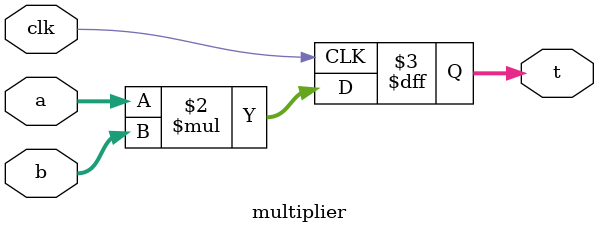
<source format=v>
module fqmul ( 
  input clk,
  //input reset,
  //input set,
  input  wire signed [15:0] a,
  input  wire signed [15:0] b,
  output wire signed [15:0] t
); // returns a*b*R^(-1) mod q

/*
*       +---------------------------+
* (a,b)-|-> [multiplier] -> [mont] -|-> (a*b*R^(-1) mod q)
*       +---------------------------+
* something like that
*/

wire signed [31:0] temp32;
//reg signed [15:0] temp16; // not used

multiplier mult1 (
  //.set(set), // imma leave it here and fix it when there's a problem.
  .clk(clk),
  .a(a),
  .b(b),
  .t(temp32)
);

montgomery_reduce mont1 ( // AST: i wonder if the instances are per module or unique
  .a(temp32), // I think this one needs a clock too
  .t(t) 
);      

endmodule

module multiplier (
  input clk,
  //input set,
  input  wire signed [15:0] a,
  input  wire signed [15:0] b,
  output reg signed [31:0] t
);

always @(posedge clk) begin
  t <= a * b; // blocking or non-blocking?
end

endmodule
</source>
